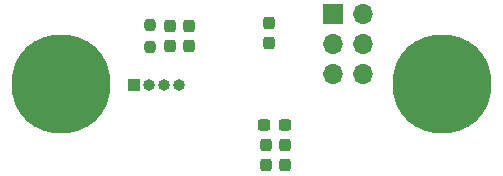
<source format=gbr>
%TF.GenerationSoftware,KiCad,Pcbnew,(5.99.0-8996-g10442b98df)*%
%TF.CreationDate,2021-04-19T08:50:07+01:00*%
%TF.ProjectId,CANduino,43414e64-7569-46e6-9f2e-6b696361645f,rev?*%
%TF.SameCoordinates,Original*%
%TF.FileFunction,Soldermask,Bot*%
%TF.FilePolarity,Negative*%
%FSLAX46Y46*%
G04 Gerber Fmt 4.6, Leading zero omitted, Abs format (unit mm)*
G04 Created by KiCad (PCBNEW (5.99.0-8996-g10442b98df)) date 2021-04-19 08:50:07*
%MOMM*%
%LPD*%
G01*
G04 APERTURE LIST*
G04 Aperture macros list*
%AMRoundRect*
0 Rectangle with rounded corners*
0 $1 Rounding radius*
0 $2 $3 $4 $5 $6 $7 $8 $9 X,Y pos of 4 corners*
0 Add a 4 corners polygon primitive as box body*
4,1,4,$2,$3,$4,$5,$6,$7,$8,$9,$2,$3,0*
0 Add four circle primitives for the rounded corners*
1,1,$1+$1,$2,$3*
1,1,$1+$1,$4,$5*
1,1,$1+$1,$6,$7*
1,1,$1+$1,$8,$9*
0 Add four rect primitives between the rounded corners*
20,1,$1+$1,$2,$3,$4,$5,0*
20,1,$1+$1,$4,$5,$6,$7,0*
20,1,$1+$1,$6,$7,$8,$9,0*
20,1,$1+$1,$8,$9,$2,$3,0*%
G04 Aperture macros list end*
%ADD10O,1.700000X1.700000*%
%ADD11R,1.700000X1.700000*%
%ADD12RoundRect,0.237500X-0.237500X0.300000X-0.237500X-0.300000X0.237500X-0.300000X0.237500X0.300000X0*%
%ADD13RoundRect,0.237500X-0.300000X-0.237500X0.300000X-0.237500X0.300000X0.237500X-0.300000X0.237500X0*%
%ADD14C,8.382000*%
%ADD15R,1.000000X1.000000*%
%ADD16O,1.000000X1.000000*%
%ADD17RoundRect,0.237500X-0.237500X0.250000X-0.237500X-0.250000X0.237500X-0.250000X0.237500X0.250000X0*%
%ADD18RoundRect,0.237500X0.237500X-0.300000X0.237500X0.300000X-0.237500X0.300000X-0.237500X-0.300000X0*%
G04 APERTURE END LIST*
D10*
%TO.C,J1*%
X177065000Y-108805000D03*
X174525000Y-108805000D03*
X177065000Y-106265000D03*
X174525000Y-106265000D03*
X177065000Y-103725000D03*
D11*
X174525000Y-103725000D03*
%TD*%
D12*
%TO.C,C13*%
X170450000Y-116512500D03*
X170450000Y-114787500D03*
%TD*%
D13*
%TO.C,C12*%
X170437500Y-113075000D03*
X168712500Y-113075000D03*
%TD*%
D12*
%TO.C,C6*%
X168850000Y-116512500D03*
X168850000Y-114787500D03*
%TD*%
D14*
%TO.C,H3*%
X183750001Y-109649895D03*
%TD*%
D15*
%TO.C,J2*%
X157690000Y-109675000D03*
D16*
X158960000Y-109675000D03*
X160230000Y-109675000D03*
X161500000Y-109675000D03*
%TD*%
D14*
%TO.C,H2*%
X151550693Y-109649898D03*
%TD*%
D17*
%TO.C,R2*%
X159085000Y-104662500D03*
X159085000Y-106487500D03*
%TD*%
D12*
%TO.C,C15*%
X169100000Y-104437500D03*
X169100000Y-106162500D03*
%TD*%
D18*
%TO.C,C3*%
X162335000Y-106437500D03*
X162335000Y-104712500D03*
%TD*%
%TO.C,C4*%
X160735000Y-106437500D03*
X160735000Y-104712500D03*
%TD*%
M02*

</source>
